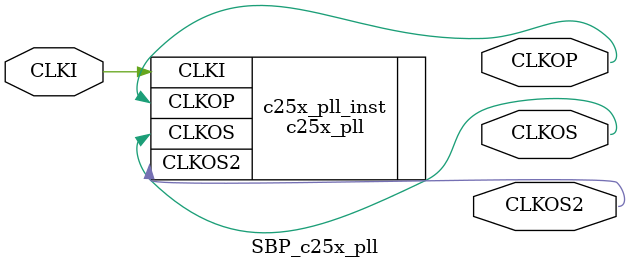
<source format=v>
module SBP_c25x_pll (CLKI, CLKOP, CLKOS, CLKOS2) /* synthesis sbp_module */;
input wire  CLKI;
output wire  CLKOP;
output wire  CLKOS;
output wire  CLKOS2;

c25x_pll c25x_pll_inst(.CLKI(CLKI), .CLKOP(CLKOP), .CLKOS(CLKOS), .CLKOS2(CLKOS2)) ;
endmodule

</source>
